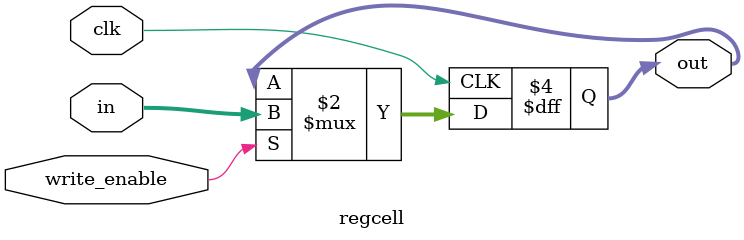
<source format=sv>
module regcell
  (input logic clk,
   input logic [31:0]  in,
   input logic         write_enable,
   output logic [31:0] out);
   always_ff @(posedge clk)
     if(write_enable)
       out <= in;
endmodule

</source>
